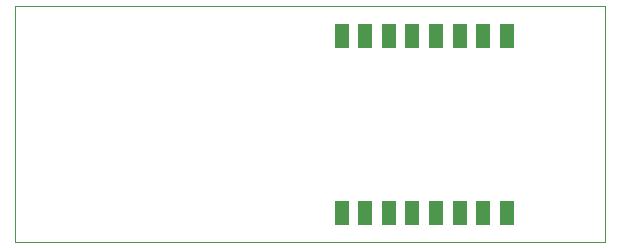
<source format=gbp>
G75*
%MOIN*%
%OFA0B0*%
%FSLAX25Y25*%
%IPPOS*%
%LPD*%
%AMOC8*
5,1,8,0,0,1.08239X$1,22.5*
%
%ADD10C,0.00100*%
%ADD11R,0.04724X0.07874*%
D10*
X0024791Y0037936D02*
X0221641Y0037936D01*
X0221641Y0116676D01*
X0024791Y0116676D01*
X0024791Y0037936D01*
D11*
X0133649Y0047424D03*
X0141523Y0047424D03*
X0149397Y0047424D03*
X0157271Y0047424D03*
X0165145Y0047424D03*
X0173019Y0047424D03*
X0180893Y0047424D03*
X0188767Y0047424D03*
X0188767Y0106479D03*
X0180893Y0106479D03*
X0173019Y0106479D03*
X0165145Y0106479D03*
X0157271Y0106479D03*
X0149397Y0106479D03*
X0141523Y0106479D03*
X0133649Y0106479D03*
M02*

</source>
